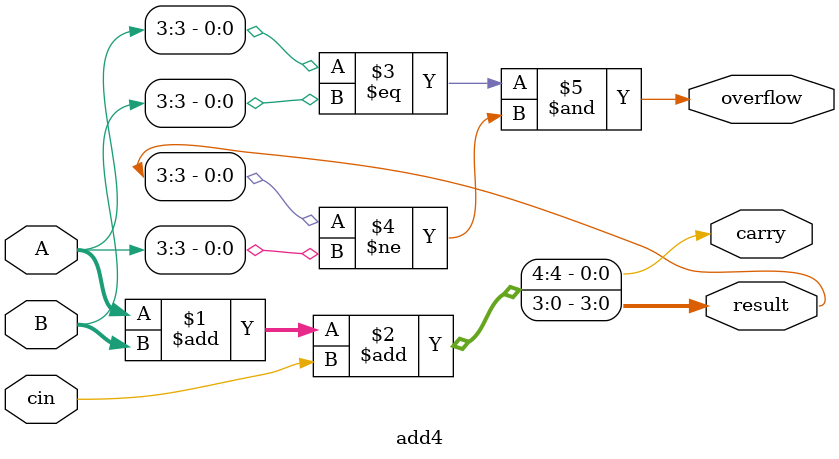
<source format=v>
module add4(
	input [3:0] A,
	input [3:0] B,
	input cin,
	output [3:0] result,
	output carry,
	output reg overflow
);
    /* verilator lint_off WIDTH */
    assign {carry, result} = A + B + cin;

    // 若参加加法运算的变量符号相同,
    // 而运算结果的符号与之不同,
    // 说明溢出.
    assign overflow = (A[3] == B[3]) & (result[3] != A[3]);
endmodule

</source>
